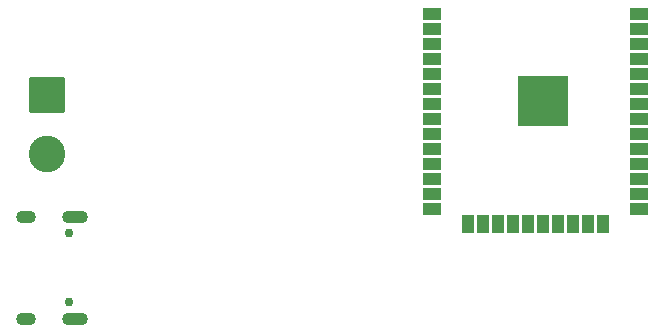
<source format=gbs>
G04 #@! TF.GenerationSoftware,KiCad,Pcbnew,9.0.5*
G04 #@! TF.CreationDate,2025-10-24T16:35:50+02:00*
G04 #@! TF.ProjectId,Mini-EMS-ESP,4d696e69-2d45-44d5-932d-4553502e6b69,rev?*
G04 #@! TF.SameCoordinates,Original*
G04 #@! TF.FileFunction,Soldermask,Bot*
G04 #@! TF.FilePolarity,Negative*
%FSLAX46Y46*%
G04 Gerber Fmt 4.6, Leading zero omitted, Abs format (unit mm)*
G04 Created by KiCad (PCBNEW 9.0.5) date 2025-10-24 16:35:50*
%MOMM*%
%LPD*%
G01*
G04 APERTURE LIST*
G04 Aperture macros list*
%AMRoundRect*
0 Rectangle with rounded corners*
0 $1 Rounding radius*
0 $2 $3 $4 $5 $6 $7 $8 $9 X,Y pos of 4 corners*
0 Add a 4 corners polygon primitive as box body*
4,1,4,$2,$3,$4,$5,$6,$7,$8,$9,$2,$3,0*
0 Add four circle primitives for the rounded corners*
1,1,$1+$1,$2,$3*
1,1,$1+$1,$4,$5*
1,1,$1+$1,$6,$7*
1,1,$1+$1,$8,$9*
0 Add four rect primitives between the rounded corners*
20,1,$1+$1,$2,$3,$4,$5,0*
20,1,$1+$1,$4,$5,$6,$7,0*
20,1,$1+$1,$6,$7,$8,$9,0*
20,1,$1+$1,$8,$9,$2,$3,0*%
G04 Aperture macros list end*
%ADD10RoundRect,0.258332X-1.291668X1.291668X-1.291668X-1.291668X1.291668X-1.291668X1.291668X1.291668X0*%
%ADD11C,3.100000*%
%ADD12C,0.750000*%
%ADD13O,2.200000X1.100000*%
%ADD14O,1.700000X1.100000*%
%ADD15RoundRect,0.050000X0.750000X0.450000X-0.750000X0.450000X-0.750000X-0.450000X0.750000X-0.450000X0*%
%ADD16RoundRect,0.050000X0.450000X-0.750000X0.450000X0.750000X-0.450000X0.750000X-0.450000X-0.750000X0*%
%ADD17C,0.700000*%
%ADD18RoundRect,0.050000X2.100000X2.100000X-2.100000X2.100000X-2.100000X-2.100000X2.100000X-2.100000X0*%
G04 APERTURE END LIST*
D10*
X75590400Y-94136000D03*
D11*
X75590400Y-99136000D03*
D12*
X77476000Y-105822000D03*
X77476000Y-111602000D03*
D13*
X78006000Y-104392000D03*
D14*
X73826000Y-104392000D03*
D13*
X78006000Y-113032000D03*
D14*
X73826000Y-113032000D03*
D15*
X125704000Y-87249000D03*
X125704000Y-88519000D03*
X125704000Y-89789000D03*
X125704000Y-91059000D03*
X125704000Y-92329000D03*
X125704000Y-93599000D03*
X125704000Y-94869000D03*
X125704000Y-96139000D03*
X125704000Y-97409000D03*
X125704000Y-98679000D03*
X125704000Y-99949000D03*
X125704000Y-101219000D03*
X125704000Y-102489000D03*
X125704000Y-103759000D03*
D16*
X122664000Y-105009000D03*
X121394000Y-105009000D03*
X120124000Y-105009000D03*
X118854000Y-105009000D03*
X117584000Y-105009000D03*
X116314000Y-105009000D03*
X115044000Y-105009000D03*
X113774000Y-105009000D03*
X112504000Y-105009000D03*
X111234000Y-105009000D03*
D15*
X108204000Y-103759000D03*
X108204000Y-102489000D03*
X108204000Y-101219000D03*
X108204000Y-99949000D03*
X108204000Y-98679000D03*
X108204000Y-97409000D03*
X108204000Y-96139000D03*
X108204000Y-94869000D03*
X108204000Y-93599000D03*
X108204000Y-92329000D03*
X108204000Y-91059000D03*
X108204000Y-89789000D03*
X108204000Y-88519000D03*
X108204000Y-87249000D03*
D17*
X119159000Y-95351500D03*
X119159000Y-93826500D03*
X118396500Y-96114000D03*
X118396500Y-94589000D03*
X118396500Y-93064000D03*
X117634000Y-95351500D03*
D18*
X117634000Y-94589000D03*
D17*
X117634000Y-93826500D03*
X116871500Y-96114000D03*
X116871500Y-94589000D03*
X116871500Y-93064000D03*
X116109000Y-95351500D03*
X116109000Y-93826500D03*
M02*

</source>
